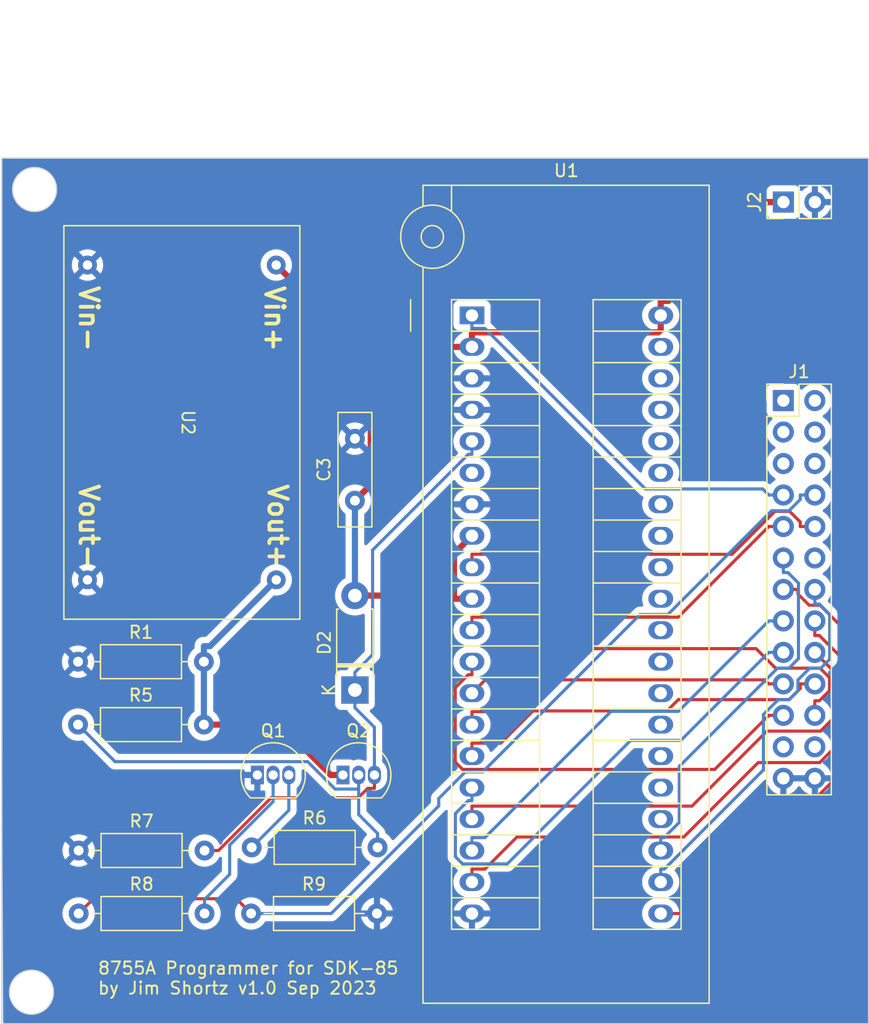
<source format=kicad_pcb>
(kicad_pcb (version 20221018) (generator pcbnew)
  (title_block (title "SDK-85 8755A EPROM Programmer") (date "2023-09-16") (company "Jim Shortz"))
  (layers (0 "F.Cu" signal) (31 "B.Cu" signal) (34 "B.Paste" user) (35 "F.Paste" user) (36 "B.SilkS" user "B.Silkscreen") (37 "F.SilkS" user "F.Silkscreen") (38 "B.Mask" user) (39 "F.Mask" user) (44 "Edge.Cuts" user))
  (net 0 "")
  (net 1 "/+25V")
  (net 2 "GND")
  (net 3 "VCC")
  (net 10 "PROG")
  (net 11 "ALE")
  (net 12 "A10")
  (net 14 "A8")
  (net 15 "A9")
  (net 16 "/AD6")
  (net 17 "/AD7")
  (net 18 "/AD4")
  (net 19 "/AD5")
  (net 20 "/AD2")
  (net 21 "/AD3")
  (net 22 "/AD0")
  (net 23 "/AD1")
  (net 26 "Net-(Q1-B)")
  (net 27 "Net-(Q1-C)")
  (net 28 "Net-(Q2-G)")
  (net 46 "Net-(D2-K)")
  (net 47 "/VDD_EN")
  (net 48 "/~{RD}")
  (footprint "Connector_PinHeader_2.54mm:PinHeader_2x13_P2.54mm_Vertical" (layer "F.Cu") (at 198.115 51.069)
    (fp_text reference "J1" (at 1.27 -2.33) (layer "F.SilkS"))
    (fp_text value "GPIO")
    (fp_line (start -1.33 -1.33) (end 0 -1.33) (stroke (width 0.12)) (layer "F.SilkS"))
    (fp_line (start -1.33 0) (end -1.33 -1.33) (stroke (width 0.12)) (layer "F.SilkS"))
    (fp_line (start -1.33 1.27) (end -1.33 31.81) (stroke (width 0.12)) (layer "F.SilkS"))
    (fp_line (start -1.33 1.27) (end 1.27 1.27) (stroke (width 0.12)) (layer "F.SilkS"))
    (fp_line (start -1.33 31.81) (end 3.87 31.81) (stroke (width 0.12)) (layer "F.SilkS"))
    (fp_line (start 1.27 -1.33) (end 3.87 -1.33) (stroke (width 0.12)) (layer "F.SilkS"))
    (fp_line (start 1.27 1.27) (end 1.27 -1.33) (stroke (width 0.12)) (layer "F.SilkS"))
    (fp_line (start 3.87 -1.33) (end 3.87 31.81) (stroke (width 0.12)) (layer "F.SilkS"))
    (pad "1" thru_hole rect (at 0 0) (size 1.7 1.7) (drill 1) (layers "*.Cu" "*.Mask"))
    (pad "2" thru_hole oval (at 2.54 0) (size 1.7 1.7) (drill 1) (layers "*.Cu" "*.Mask"))
    (pad "3" thru_hole oval (at 0 2.54) (size 1.7 1.7) (drill 1) (layers "*.Cu" "*.Mask"))
    (pad "4" thru_hole oval (at 2.54 2.54) (size 1.7 1.7) (drill 1) (layers "*.Cu" "*.Mask"))
    (pad "5" thru_hole oval (at 0 5.08) (size 1.7 1.7) (drill 1) (layers "*.Cu" "*.Mask"))
    (pad "6" thru_hole oval (at 2.54 5.08) (size 1.7 1.7) (drill 1) (layers "*.Cu" "*.Mask"))
    (pad "7" thru_hole oval (at 0 7.62) (size 1.7 1.7) (drill 1) (layers "*.Cu" "*.Mask") (net 10 "PROG"))
    (pad "8" thru_hole oval (at 2.54 7.62) (size 1.7 1.7) (drill 1) (layers "*.Cu" "*.Mask") (net 47 "/VDD_EN"))
    (pad "9" thru_hole oval (at 0 10.16) (size 1.7 1.7) (drill 1) (layers "*.Cu" "*.Mask") (net 11 "ALE"))
    (pad "10" thru_hole oval (at 2.54 10.16) (size 1.7 1.7) (drill 1) (layers "*.Cu" "*.Mask") (net 48 "/~{RD}"))
    (pad "11" thru_hole oval (at 0 12.7) (size 1.7 1.7) (drill 1) (layers "*.Cu" "*.Mask") (net 12 "A10"))
    (pad "12" thru_hole oval (at 2.54 12.7) (size 1.7 1.7) (drill 1) (layers "*.Cu" "*.Mask"))
    (pad "13" thru_hole oval (at 0 15.24) (size 1.7 1.7) (drill 1) (layers "*.Cu" "*.Mask") (net 14 "A8"))
    (pad "14" thru_hole oval (at 2.54 15.24) (size 1.7 1.7) (drill 1) (layers "*.Cu" "*.Mask") (net 15 "A9"))
    (pad "15" thru_hole oval (at 0 17.78) (size 1.7 1.7) (drill 1) (layers "*.Cu" "*.Mask") (net 16 "/AD6"))
    (pad "16" thru_hole oval (at 2.54 17.78) (size 1.7 1.7) (drill 1) (layers "*.Cu" "*.Mask") (net 17 "/AD7"))
    (pad "17" thru_hole oval (at 0 20.32) (size 1.7 1.7) (drill 1) (layers "*.Cu" "*.Mask") (net 18 "/AD4"))
    (pad "18" thru_hole oval (at 2.54 20.32) (size 1.7 1.7) (drill 1) (layers "*.Cu" "*.Mask") (net 19 "/AD5"))
    (pad "19" thru_hole oval (at 0 22.86) (size 1.7 1.7) (drill 1) (layers "*.Cu" "*.Mask") (net 20 "/AD2"))
    (pad "20" thru_hole oval (at 2.54 22.86) (size 1.7 1.7) (drill 1) (layers "*.Cu" "*.Mask") (net 21 "/AD3"))
    (pad "21" thru_hole oval (at 0 25.4) (size 1.7 1.7) (drill 1) (layers "*.Cu" "*.Mask") (net 22 "/AD0"))
    (pad "22" thru_hole oval (at 2.54 25.4) (size 1.7 1.7) (drill 1) (layers "*.Cu" "*.Mask") (net 23 "/AD1"))
    (pad "23" thru_hole oval (at 0 27.94) (size 1.7 1.7) (drill 1) (layers "*.Cu" "*.Mask"))
    (pad "24" thru_hole oval (at 2.54 27.94) (size 1.7 1.7) (drill 1) (layers "*.Cu" "*.Mask"))
    (pad "25" thru_hole oval (at 0 30.48) (size 1.7 1.7) (drill 1) (layers "*.Cu" "*.Mask") (net 2 "GND"))
    (pad "26" thru_hole oval (at 2.54 30.48) (size 1.7 1.7) (drill 1) (layers "*.Cu" "*.Mask") (net 2 "GND"))
  )
  (footprint "Diode_THT:D_DO-41_SOD81_P7.62mm_Horizontal" (layer "F.Cu") (at 163.5265 74.4245 90)
    (fp_text reference "D2" (at 3.81 -2.47 90) (layer "F.SilkS"))
    (fp_text value "1N4148")
    (fp_text user "K" (at 0 -2.1 90) (layer "F.SilkS"))
    (fp_line (start 1.09 -1.47) (end 6.53 -1.47) (stroke (width 0.12)) (layer "F.SilkS"))
    (fp_line (start 1.09 -1.34) (end 1.09 -1.47) (stroke (width 0.12)) (layer "F.SilkS"))
    (fp_line (start 1.09 1.34) (end 1.09 1.47) (stroke (width 0.12)) (layer "F.SilkS"))
    (fp_line (start 1.09 1.47) (end 6.53 1.47) (stroke (width 0.12)) (layer "F.SilkS"))
    (fp_line (start 1.87 -1.47) (end 1.87 1.47) (stroke (width 0.12)) (layer "F.SilkS"))
    (fp_line (start 1.99 -1.47) (end 1.99 1.47) (stroke (width 0.12)) (layer "F.SilkS"))
    (fp_line (start 2.11 -1.47) (end 2.11 1.47) (stroke (width 0.12)) (layer "F.SilkS"))
    (fp_line (start 6.53 -1.47) (end 6.53 -1.34) (stroke (width 0.12)) (layer "F.SilkS"))
    (fp_line (start 6.53 1.47) (end 6.53 1.34) (stroke (width 0.12)) (layer "F.SilkS"))
    (pad "1" thru_hole rect (at 0 0 90) (size 2.2 2.2) (drill 1.1) (layers "*.Cu" "*.Mask") (net 46 "Net-(D2-K)"))
    (pad "2" thru_hole oval (at 7.62 0 90) (size 2.2 2.2) (drill 1.1) (layers "*.Cu" "*.Mask") (net 3 "VCC"))
  )
  (footprint "Resistor_THT:R_Axial_DIN0207_L6.3mm_D2.5mm_P10.16mm_Horizontal" (layer "F.Cu") (at 141.1745 77.216)
    (fp_text reference "R5" (at 5.08 -2.37) (layer "F.SilkS"))
    (fp_text value "10K")
    (fp_line (start 1.04 0) (end 1.81 0) (stroke (width 0.12)) (layer "F.SilkS"))
    (fp_line (start 1.81 -1.37) (end 1.81 1.37) (stroke (width 0.12)) (layer "F.SilkS"))
    (fp_line (start 1.81 1.37) (end 8.35 1.37) (stroke (width 0.12)) (layer "F.SilkS"))
    (fp_line (start 8.35 -1.37) (end 1.81 -1.37) (stroke (width 0.12)) (layer "F.SilkS"))
    (fp_line (start 8.35 1.37) (end 8.35 -1.37) (stroke (width 0.12)) (layer "F.SilkS"))
    (fp_line (start 9.12 0) (end 8.35 0) (stroke (width 0.12)) (layer "F.SilkS"))
    (pad "1" thru_hole circle (at 0 0) (size 1.6 1.6) (drill 0.8) (layers "*.Cu" "*.Mask") (net 28 "Net-(Q2-G)"))
    (pad "2" thru_hole oval (at 10.16 0) (size 1.6 1.6) (drill 0.8) (layers "*.Cu" "*.Mask") (net 1 "/+25V"))
  )
  (footprint "Resistor_THT:R_Axial_DIN0207_L6.3mm_D2.5mm_P10.16mm_Horizontal" (layer "F.Cu") (at 141.224 87.376)
    (fp_text reference "R7" (at 5.08 -2.37) (layer "F.SilkS"))
    (fp_text value "6.8K")
    (fp_line (start 1.04 0) (end 1.81 0) (stroke (width 0.12)) (layer "F.SilkS"))
    (fp_line (start 1.81 -1.37) (end 1.81 1.37) (stroke (width 0.12)) (layer "F.SilkS"))
    (fp_line (start 1.81 1.37) (end 8.35 1.37) (stroke (width 0.12)) (layer "F.SilkS"))
    (fp_line (start 8.35 -1.37) (end 1.81 -1.37) (stroke (width 0.12)) (layer "F.SilkS"))
    (fp_line (start 8.35 1.37) (end 8.35 -1.37) (stroke (width 0.12)) (layer "F.SilkS"))
    (fp_line (start 9.12 0) (end 8.35 0) (stroke (width 0.12)) (layer "F.SilkS"))
    (pad "1" thru_hole circle (at 0 0) (size 1.6 1.6) (drill 0.8) (layers "*.Cu" "*.Mask") (net 2 "GND"))
    (pad "2" thru_hole oval (at 10.16 0) (size 1.6 1.6) (drill 0.8) (layers "*.Cu" "*.Mask") (net 46 "Net-(D2-K)"))
  )
  (footprint "Resistor_THT:R_Axial_DIN0207_L6.3mm_D2.5mm_P10.16mm_Horizontal" (layer "F.Cu") (at 155.194 87.122)
    (fp_text reference "R6" (at 5.08 -2.37) (layer "F.SilkS"))
    (fp_text value "6.8K")
    (fp_line (start 1.04 0) (end 1.81 0) (stroke (width 0.12)) (layer "F.SilkS"))
    (fp_line (start 1.81 -1.37) (end 1.81 1.37) (stroke (width 0.12)) (layer "F.SilkS"))
    (fp_line (start 1.81 1.37) (end 8.35 1.37) (stroke (width 0.12)) (layer "F.SilkS"))
    (fp_line (start 8.35 -1.37) (end 1.81 -1.37) (stroke (width 0.12)) (layer "F.SilkS"))
    (fp_line (start 8.35 1.37) (end 8.35 -1.37) (stroke (width 0.12)) (layer "F.SilkS"))
    (fp_line (start 9.12 0) (end 8.35 0) (stroke (width 0.12)) (layer "F.SilkS"))
    (pad "1" thru_hole circle (at 0 0) (size 1.6 1.6) (drill 0.8) (layers "*.Cu" "*.Mask") (net 27 "Net-(Q1-C)"))
    (pad "2" thru_hole oval (at 10.16 0) (size 1.6 1.6) (drill 0.8) (layers "*.Cu" "*.Mask") (net 28 "Net-(Q2-G)"))
  )
  (footprint "Socket:3M_Textool_240-1288-00-0602J_2x20_P2.54mm" (layer "F.Cu") (at 172.974 44.1985)
    (fp_text reference "U1" (at 7.62 -11.68) (layer "F.SilkS"))
    (fp_text value "8755A")
    (fp_line (start -4.95 1.27) (end -4.95 -1.27) (stroke (width 0.12)) (layer "F.SilkS"))
    (fp_line (start -3.95 -10.5) (end -3.95 -8.8) (stroke (width 0.12)) (layer "F.SilkS"))
    (fp_line (start -3.95 -3.9) (end -3.95 55.5) (stroke (width 0.12)) (layer "F.SilkS"))
    (fp_line (start -3.95 55.5) (end 19.15 55.5) (stroke (width 0.12)) (layer "F.SilkS"))
    (fp_line (start -1.65 -10.4) (end -1.65 -8.4) (stroke (width 0.12)) (layer "F.SilkS"))
    (fp_line (start -1.645 -1.27) (end 5.455 -1.27) (stroke (width 0.12)) (layer "F.SilkS"))
    (fp_line (start -1.645 1.27) (end -1.645 -1.27) (stroke (width 0.12)) (layer "F.SilkS"))
    (fp_line (start -1.645 1.27) (end 5.455 1.27) (stroke (width 0.12)) (layer "F.SilkS"))
    (fp_line (start -1.645 3.81) (end -1.645 1.27) (stroke (width 0.12)) (layer "F.SilkS"))
    (fp_line (start -1.645 3.81) (end 5.455 3.81) (stroke (width 0.12)) (layer "F.SilkS"))
    (fp_line (start -1.645 6.35) (end -1.645 3.81) (stroke (width 0.12)) (layer "F.SilkS"))
    (fp_line (start -1.645 6.35) (end 5.455 6.35) (stroke (width 0.12)) (layer "F.SilkS"))
    (fp_line (start -1.645 8.89) (end -1.645 6.35) (stroke (width 0.12)) (layer "F.SilkS"))
    (fp_line (start -1.645 8.89) (end 5.455 8.89) (stroke (width 0.12)) (layer "F.SilkS"))
    (fp_line (start -1.645 11.43) (end -1.645 8.89) (stroke (width 0.12)) (layer "F.SilkS"))
    (fp_line (start -1.645 11.43) (end 5.455 11.43) (stroke (width 0.12)) (layer "F.SilkS"))
    (fp_line (start -1.645 13.97) (end -1.645 11.43) (stroke (width 0.12)) (layer "F.SilkS"))
    (fp_line (start -1.645 13.97) (end 5.455 13.97) (stroke (width 0.12)) (layer "F.SilkS"))
    (fp_line (start -1.645 16.51) (end -1.645 13.97) (stroke (width 0.12)) (layer "F.SilkS"))
    (fp_line (start -1.645 16.51) (end 5.455 16.51) (stroke (width 0.12)) (layer "F.SilkS"))
    (fp_line (start -1.645 19.05) (end -1.645 16.51) (stroke (width 0.12)) (layer "F.SilkS"))
    (fp_line (start -1.645 19.05) (end 5.455 19.05) (stroke (width 0.12)) (layer "F.SilkS"))
    (fp_line (start -1.645 21.59) (end -1.645 19.05) (stroke (width 0.12)) (layer "F.SilkS"))
    (fp_line (start -1.645 21.59) (end 5.455 21.59) (stroke (width 0.12)) (layer "F.SilkS"))
    (fp_line (start -1.645 24.13) (end -1.645 21.59) (stroke (width 0.12)) (layer "F.SilkS"))
    (fp_line (start -1.645 24.13) (end 5.455 24.13) (stroke (width 0.12)) (layer "F.SilkS"))
    (fp_line (start -1.645 26.67) (end -1.645 24.13) (stroke (width 0.12)) (layer "F.SilkS"))
    (fp_line (start -1.645 26.67) (end 5.455 26.67) (stroke (width 0.12)) (layer "F.SilkS"))
    (fp_line (start -1.645 29.21) (end -1.645 26.67) (stroke (width 0.12)) (layer "F.SilkS"))
    (fp_line (start -1.645 29.21) (end 5.455 29.21) (stroke (width 0.12)) (layer "F.SilkS"))
    (fp_line (start -1.645 31.75) (end -1.645 29.21) (stroke (width 0.12)) (layer "F.SilkS"))
    (fp_line (start -1.645 31.75) (end 5.455 31.75) (stroke (width 0.12)) (layer "F.SilkS"))
    (fp_line (start -1.645 34.29) (end -1.645 31.75) (stroke (width 0.12)) (layer "F.SilkS"))
    (fp_line (start -1.645 34.29) (end 5.455 34.29) (stroke (width 0.12)) (layer "F.SilkS"))
    (fp_line (start -1.645 36.83) (end -1.645 34.29) (stroke (width 0.12)) (layer "F.SilkS"))
    (fp_line (start -1.645 36.83) (end 5.455 36.83) (stroke (width 0.12)) (layer "F.SilkS"))
    (fp_line (start -1.645 39.37) (end -1.645 36.83) (stroke (width 0.12)) (layer "F.SilkS"))
    (fp_line (start -1.645 39.37) (end 5.455 39.37) (stroke (width 0.12)) (layer "F.SilkS"))
    (fp_line (start -1.645 41.91) (end -1.645 39.37) (stroke (width 0.12)) (layer "F.SilkS"))
    (fp_line (start -1.645 41.91) (end 5.455 41.91) (stroke (width 0.12)) (layer "F.SilkS"))
    (fp_line (start -1.645 44.45) (end -1.645 41.91) (stroke (width 0.12)) (layer "F.SilkS"))
    (fp_line (start -1.645 44.45) (end 5.455 44.45) (stroke (width 0.12)) (layer "F.SilkS"))
    (fp_line (start -1.645 46.99) (end -1.645 44.45) (stroke (width 0.12)) (layer "F.SilkS"))
    (fp_line (start -1.645 46.99) (end 5.455 46.99) (stroke (width 0.12)) (layer "F.SilkS"))
    (fp_line (start -1.645 49.53) (end -1.645 46.99) (stroke (width 0.12)) (layer "F.SilkS"))
    (fp_line (start -1.645 49.53) (end 5.455 49.53) (stroke (width 0.12)) (layer "F.SilkS"))
    (fp_line (start 5.455 -1.27) (end 5.455 1.27) (stroke (width 0.12)) (layer "F.SilkS"))
    (fp_line (start 5.455 1.27) (end 5.455 3.81) (stroke (width 0.12)) (layer "F.SilkS"))
    (fp_line (start 5.455 3.81) (end 5.455 6.35) (stroke (width 0.12)) (layer "F.SilkS"))
    (fp_line (start 5.455 6.35) (end 5.455 8.89) (stroke (width 0.12)) (layer "F.SilkS"))
    (fp_line (start 5.455 8.89) (end 5.455 11.43) (stroke (width 0.12)) (layer "F.SilkS"))
    (fp_line (start 5.455 11.43) (end 5.455 13.97) (stroke (width 0.12)) (layer "F.SilkS"))
    (fp_line (start 5.455 13.97) (end 5.455 16.51) (stroke (width 0.12)) (layer "F.SilkS"))
    (fp_line (start 5.455 16.51) (end 5.455 19.05) (stroke (width 0.12)) (layer "F.SilkS"))
    (fp_line (start 5.455 19.05) (end 5.455 21.59) (stroke (width 0.12)) (layer "F.SilkS"))
    (fp_line (start 5.455 21.59) (end 5.455 24.13) (stroke (width 0.12)) (layer "F.SilkS"))
    (fp_line (start 5.455 24.13) (end 5.455 26.67) (stroke (width 0.12)) (layer "F.SilkS"))
    (fp_line (start 5.455 26.67) (end 5.455 29.21) (stroke (width 0.12)) (layer "F.SilkS"))
    (fp_line (start 5.455 29.21) (end 5.455 31.75) (stroke (width 0.12)) (layer "F.SilkS"))
    (fp_line (start 5.455 31.75) (end 5.455 34.29) (stroke (width 0.12)) (layer "F.SilkS"))
    (fp_line (start 5.455 34.29) (end 5.455 36.83) (stroke (width 0.12)) (layer "F.SilkS"))
    (fp_line (start 5.455 36.83) (end 5.455 39.37) (stroke (width 0.12)) (layer "F.SilkS"))
    (fp_line (start 5.455 39.37) (end 5.455 41.91) (stroke (width 0.12)) (layer "F.SilkS"))
    (fp_line (start 5.455 41.91) (end 5.455 44.45) (stroke (width 0.12)) (layer "F.SilkS"))
    (fp_line (start 5.455 44.45) (end 5.455 46.99) (stroke (width 0.12)) (layer "F.SilkS"))
    (fp_line (start 5.455 46.99) (end 5.455 49.53) (stroke (width 0.12)) (layer "F.SilkS"))
    (fp_line (start 9.785 -1.27) (end 16.885 -1.27) (stroke (width 0.12)) (layer "F.SilkS"))
    (fp_line (start 9.785 1.27) (end 9.785 -1.27) (stroke (width 0.12)) (layer "F.SilkS"))
    (fp_line (start 9.785 1.27) (end 16.885 1.27) (stroke (width 0.12)) (layer "F.SilkS"))
    (fp_line (start 9.785 3.81) (end 9.785 1.27) (stroke (width 0.12)) (layer "F.SilkS"))
    (fp_line (start 9.785 3.81) (end 16.885 3.81) (stroke (width 0.12)) (layer "F.SilkS"))
    (fp_line (start 9.785 6.35) (end 9.785 3.81) (stroke (width 0.12)) (layer "F.SilkS"))
    (fp_line (start 9.785 6.35) (end 16.885 6.35) (stroke (width 0.12)) (layer "F.SilkS"))
    (fp_line (start 9.785 8.89) (end 9.785 6.35) (stroke (width 0.12)) (layer "F.SilkS"))
    (fp_line (start 9.785 8.89) (end 16.885 8.89) (stroke (width 0.12)) (layer "F.SilkS"))
    (fp_line (start 9.785 11.43) (end 9.785 8.89) (stroke (width 0.12)) (layer "F.SilkS"))
    (fp_line (start 9.785 11.43) (end 16.885 11.43) (stroke (width 0.12)) (layer "F.SilkS"))
    (fp_line (start 9.785 13.97) (end 9.785 11.43) (stroke (width 0.12)) (layer "F.SilkS"))
    (fp_line (start 9.785 13.97) (end 16.885 13.97) (stroke (width 0.12)) (layer "F.SilkS"))
    (fp_line (start 9.785 16.51) (end 9.785 13.97) (stroke (width 0.12)) (layer "F.SilkS"))
    (fp_line (start 9.785 16.51) (end 16.885 16.51) (stroke (width 0.12)) (layer "F.SilkS"))
    (fp_line (start 9.785 19.05) (end 9.785 16.51) (stroke (width 0.12)) (layer "F.SilkS"))
    (fp_line (start 9.785 19.05) (end 16.885 19.05) (stroke (width 0.12)) (layer "F.SilkS"))
    (fp_line (start 9.785 21.59) (end 9.785 19.05) (stroke (width 0.12)) (layer "F.SilkS"))
    (fp_line (start 9.785 21.59) (end 16.885 21.59) (stroke (width 0.12)) (layer "F.SilkS"))
    (fp_line (start 9.785 24.13) (end 9.785 21.59) (stroke (width 0.12)) (layer "F.SilkS"))
    (fp_line (start 9.785 24.13) (end 16.885 24.13) (stroke (width 0.12)) (layer "F.SilkS"))
    (fp_line (start 9.785 26.67) (end 9.785 24.13) (stroke (width 0.12)) (layer "F.SilkS"))
    (fp_line (start 9.785 26.67) (end 16.885 26.67) (stroke (width 0.12)) (layer "F.SilkS"))
    (fp_line (start 9.785 29.21) (end 9.785 26.67) (stroke (width 0.12)) (layer "F.SilkS"))
    (fp_line (start 9.785 29.21) (end 16.885 29.21) (stroke (width 0.12)) (layer "F.SilkS"))
    (fp_line (start 9.785 31.75) (end 9.785 29.21) (stroke (width 0.12)) (layer "F.SilkS"))
    (fp_line (start 9.785 31.75) (end 16.885 31.75) (stroke (width 0.12)) (layer "F.SilkS"))
    (fp_line (start 9.785 34.29) (end 9.785 31.75) (stroke (width 0.12)) (layer "F.SilkS"))
    (fp_line (start 9.785 34.29) (end 16.885 34.29) (stroke (width 0.12)) (layer "F.SilkS"))
    (fp_line (start 9.785 36.83) (end 9.785 34.29) (stroke (width 0.12)) (layer "F.SilkS"))
    (fp_line (start 9.785 36.83) (end 16.885 36.83) (stroke (width 0.12)) (layer "F.SilkS"))
    (fp_line (start 9.785 39.37) (end 9.785 36.83) (stroke (width 0.12)) (layer "F.SilkS"))
    (fp_line (start 9.785 39.37) (end 16.885 39.37) (stroke (width 0.12)) (layer "F.SilkS"))
    (fp_line (start 9.785 41.91) (end 9.785 39.37) (stroke (width 0.12)) (layer "F.SilkS"))
    (fp_line (start 9.785 41.91) (end 16.885 41.91) (stroke (width 0.12)) (layer "F.SilkS"))
    (fp_line (start 9.785 44.45) (end 9.785 41.91) (stroke (width 0.12)) (layer "F.SilkS"))
    (fp_line (start 9.785 44.45) (end 16.885 44.45) (stroke (width 0.12)) (layer "F.SilkS"))
    (fp_line (start 9.785 46.99) (end 9.785 44.45) (stroke (width 0.12)) (layer "F.SilkS"))
    (fp_line (start 9.785 46.99) (end 16.885 46.99) (stroke (width 0.12)) (layer "F.SilkS"))
    (fp_line (start 9.785 49.53) (end 9.785 46.99) (stroke (width 0.12)) (layer "F.SilkS"))
    (fp_line (start 9.785 49.53) (end 16.885 49.53) (stroke (width 0.12)) (layer "F.SilkS"))
    (fp_line (start 16.885 -1.27) (end 16.885 1.27) (stroke (width 0.12)) (layer "F.SilkS"))
    (fp_line (start 16.885 1.27) (end 16.885 3.81) (stroke (width 0.12)) (layer "F.SilkS"))
    (fp_line (start 16.885 3.81) (end 16.885 6.35) (stroke (width 0.12)) (layer "F.SilkS"))
    (fp_line (start 16.885 6.35) (end 16.885 8.89) (stroke (width 0.12)) (layer "F.SilkS"))
    (fp_line (start 16.885 8.89) (end 16.885 11.43) (stroke (width 0.12)) (layer "F.SilkS"))
    (fp_line (start 16.885 11.43) (end 16.885 13.97) (stroke (width 0.12)) (layer "F.SilkS"))
    (fp_line (start 16.885 13.97) (end 16.885 16.51) (stroke (width 0.12)) (layer "F.SilkS"))
    (fp_line (start 16.885 16.51) (end 16.885 19.05) (stroke (width 0.12)) (layer "F.SilkS"))
    (fp_line (start 16.885 19.05) (end 16.885 21.59) (stroke (width 0.12)) (layer "F.SilkS"))
    (fp_line (start 16.885 21.59) (end 16.885 24.13) (stroke (width 0.12)) (layer "F.SilkS"))
    (fp_line (start 16.885 24.13) (end 16.885 26.67) (stroke (width 0.12)) (layer "F.SilkS"))
    (fp_line (start 16.885 26.67) (end 16.885 29.21) (stroke (width 0.12)) (layer "F.SilkS"))
    (fp_line (start 16.885 29.21) (end 16.885 31.75) (stroke (width 0.12)) (layer "F.SilkS"))
    (fp_line (start 16.885 31.75) (end 16.885 34.29) (stroke (width 0.12)) (layer "F.SilkS"))
    (fp_line (start 16.885 34.29) (end 16.885 36.83) (stroke (width 0.12)) (layer "F.SilkS"))
    (fp_line (start 16.885 36.83) (end 16.885 39.37) (stroke (width 0.12)) (layer "F.SilkS"))
    (fp_line (start 16.885 39.37) (end 16.885 41.91) (stroke (width 0.12)) (layer "F.SilkS"))
    (fp_line (start 16.885 41.91) (end 16.885 44.45) (stroke (width 0.12)) (layer "F.SilkS"))
    (fp_line (start 16.885 44.45) (end 16.885 46.99) (stroke (width 0.12)) (layer "F.SilkS"))
    (fp_line (start 16.885 46.99) (end 16.885 49.53) (stroke (width 0.12)) (layer "F.SilkS"))
    (fp_line (start 19.15 -10.5) (end -3.95 -10.5) (stroke (width 0.12)) (layer "F.SilkS"))
    (fp_line (start 19.15 55.5) (end 19.15 -10.5) (stroke (width 0.12)) (layer "F.SilkS"))
    (fp_circle (center -3.2 -6.35) (end -2.3 -6.35) (stroke (width 0.12)) (fill none) (layer "F.SilkS"))
    (fp_circle (center -3.2 -6.35) (end -0.65 -6.35) (stroke (width 0.12)) (fill none) (layer "F.SilkS"))
    (pad "1" thru_hole rect (at 0 0) (size 2 1.44) (drill 1) (layers "*.Cu" "*.Mask") (net 10 "PROG"))
    (pad "2" thru_hole oval (at 0 2.54) (size 2 1.44) (drill 1) (layers "*.Cu" "*.Mask") (net 3 "VCC"))
    (pad "3" thru_hole oval (at 0 5.08) (size 2 1.44) (drill 1) (layers "*.Cu" "*.Mask") (net 2 "GND"))
    (pad "4" thru_hole oval (at 0 7.62) (size 2 1.44) (drill 1) (layers "*.Cu" "*.Mask") (net 2 "GND"))
    (pad "5" thru_hole oval (at 0 10.16) (size 2 1.44) (drill 1) (layers "*.Cu" "*.Mask") (net 46 "Net-(D2-K)"))
    (pad "6" thru_hole oval (at 0 12.7) (size 2 1.44) (drill 1) (layers "*.Cu" "*.Mask"))
    (pad "7" thru_hole oval (at 0 15.24) (size 2 1.44) (drill 1) (layers "*.Cu" "*.Mask") (net 2 "GND"))
    (pad "8" thru_hole oval (at 0 17.78) (size 2 1.44) (drill 1) (layers "*.Cu" "*.Mask") (net 3 "VCC"))
    (pad "9" thru_hole oval (at 0 20.32) (size 2 1.44) (drill 1) (layers "*.Cu" "*.Mask") (net 48 "/~{RD}"))
    (pad "10" thru_hole oval (at 0 22.86) (size 2 1.44) (drill 1) (layers "*.Cu" "*.Mask") (net 3 "VCC"))
    (pad "11" thru_hole oval (at 0 25.4) (size 2 1.44) (drill 1) (layers "*.Cu" "*.Mask") (net 11 "ALE"))
    (pad "12" thru_hole oval (at 0 27.94) (size 2 1.44) (drill 1) (layers "*.Cu" "*.Mask") (net 22 "/AD0"))
    (pad "13" thru_hole oval (at 0 30.48) (size 2 1.44) (drill 1) (layers "*.Cu" "*.Mask") (net 23 "/AD1"))
    (pad "14" thru_hole oval (at 0 33.02) (size 2 1.44) (drill 1) (layers "*.Cu" "*.Mask") (net 20 "/AD2"))
    (pad "15" thru_hole oval (at 0 35.56) (size 2 1.44) (drill 1) (layers "*.Cu" "*.Mask") (net 21 "/AD3"))
    (pad "16" thru_hole oval (at 0 38.1) (size 2 1.44) (drill 1) (layers "*.Cu" "*.Mask") (net 18 "/AD4"))
    (pad "17" thru_hole oval (at 0 40.64) (size 2 1.44) (drill 1) (layers "*.Cu" "*.Mask") (net 19 "/AD5"))
    (pad "18" thru_hole oval (at 0 43.18) (size 2 1.44) (drill 1) (layers "*.Cu" "*.Mask") (net 16 "/AD6"))
    (pad "19" thru_hole oval (at 0 45.72) (size 2 1.44) (drill 1) (layers "*.Cu" "*.Mask") (net 17 "/AD7"))
    (pad "20" thru_hole oval (at 0 48.26) (size 2 1.44) (drill 1) (layers "*.Cu" "*.Mask") (net 2 "GND"))
    (pad "21" thru_hole oval (at 15.24 48.26) (size 2 1.44) (drill 1) (layers "*.Cu" "*.Mask") (net 14 "A8"))
    (pad "22" thru_hole oval (at 15.24 45.72) (size 2 1.44) (drill 1) (layers "*.Cu" "*.Mask") (net 15 "A9"))
    (pad "23" thru_hole oval (at 15.24 43.18) (size 2 1.44) (drill 1) (layers "*.Cu" "*.Mask") (net 12 "A10"))
    (pad "24" thru_hole oval (at 15.24 40.64) (size 2 1.44) (drill 1) (layers "*.Cu" "*.Mask"))
    (pad "25" thru_hole oval (at 15.24 38.1) (size 2 1.44) (drill 1) (layers "*.Cu" "*.Mask"))
    (pad "26" thru_hole oval (at 15.24 35.56) (size 2 1.44) (drill 1) (layers "*.Cu" "*.Mask"))
    (pad "27" thru_hole oval (at 15.24 33.02) (size 2 1.44) (drill 1) (layers "*.Cu" "*.Mask"))
    (pad "28" thru_hole oval (at 15.24 30.48) (size 2 1.44) (drill 1) (layers "*.Cu" "*.Mask"))
    (pad "29" thru_hole oval (at 15.24 27.94) (size 2 1.44) (drill 1) (layers "*.Cu" "*.Mask"))
    (pad "30" thru_hole oval (at 15.24 25.4) (size 2 1.44) (drill 1) (layers "*.Cu" "*.Mask"))
    (pad "31" thru_hole oval (at 15.24 22.86) (size 2 1.44) (drill 1) (layers "*.Cu" "*.Mask"))
    (pad "32" thru_hole oval (at 15.24 20.32) (size 2 1.44) (drill 1) (layers "*.Cu" "*.Mask"))
    (pad "33" thru_hole oval (at 15.24 17.78) (size 2 1.44) (drill 1) (layers "*.Cu" "*.Mask"))
    (pad "34" thru_hole oval (at 15.24 15.24) (size 2 1.44) (drill 1) (layers "*.Cu" "*.Mask"))
    (pad "35" thru_hole oval (at 15.24 12.7) (size 2 1.44) (drill 1) (layers "*.Cu" "*.Mask"))
    (pad "36" thru_hole oval (at 15.24 10.16) (size 2 1.44) (drill 1) (layers "*.Cu" "*.Mask"))
    (pad "37" thru_hole oval (at 15.24 7.62) (size 2 1.44) (drill 1) (layers "*.Cu" "*.Mask"))
    (pad "38" thru_hole oval (at 15.24 5.08) (size 2 1.44) (drill 1) (layers "*.Cu" "*.Mask"))
    (pad "39" thru_hole oval (at 15.24 2.54) (size 2 1.44) (drill 1) (layers "*.Cu" "*.Mask"))
    (pad "40" thru_hole oval (at 15.24 0) (size 2 1.44) (drill 1) (layers "*.Cu" "*.Mask") (net 3 "VCC"))
  )
  (footprint "Package_TO_SOT_THT:TO-92_Inline" (layer "F.Cu") (at 155.6525 81.28)
    (fp_text reference "Q1" (at 1.27 -3.56) (layer "F.SilkS"))
    (fp_text value "2N3904")
    (fp_line (start -0.53 1.85) (end 3.07 1.85) (stroke (width 0.12)) (layer "F.SilkS"))
    (fp_arc (start -0.568478 1.838478) (mid -1.132087 -0.994977) (end 1.27 -2.6) (stroke (width 0.12)) (layer "F.SilkS"))
    (fp_arc (start 1.27 -2.6) (mid 3.672087 -0.994977) (end 3.108478 1.838478) (stroke (width 0.12)) (layer "F.SilkS"))
    (pad "1" thru_hole rect (at 0 0) (size 1.05 1.5) (drill 0.75) (layers "*.Cu" "*.Mask") (net 2 "GND"))
    (pad "2" thru_hole oval (at 1.27 0) (size 1.05 1.5) (drill 0.75) (layers "*.Cu" "*.Mask") (net 26 "Net-(Q1-B)"))
    (pad "3" thru_hole oval (at 2.54 0) (size 1.05 1.5) (drill 0.75) (layers "*.Cu" "*.Mask") (net 27 "Net-(Q1-C)"))
  )
  (footprint "parts:MT3608_Module" (layer "F.Cu") (at 149.5565 52.8345 -90)
    (fp_text reference "U2" (at 0 -0.5 -90 unlocked) (layer "F.SilkS"))
    (fp_text value "~")
    (fp_text user "Vout+" (at 4.826 -6.858 -90 unlocked) (layer "F.SilkS") (effects (font (size 1.5 1.5) (thickness 0.3) bold) (justify left bottom)))
    (fp_text user "Vin-" (at -11.176 8.382 -90 unlocked) (layer "F.SilkS") (effects (font (size 1.5 1.5) (thickness 0.3) bold) (justify left bottom)))
    (fp_text user "Vout-" (at 4.826 8.382 -90 unlocked) (layer "F.SilkS") (effects (font (size 1.5 1.5) (thickness 0.3) bold) (justify left bottom)))
    (fp_text user "Vin+" (at -11.176 -6.604 -90 unlocked) (layer "F.SilkS") (effects (font (size 1.5 1.5) (thickness 0.3) bold) (justify left bottom)))
    (fp_rect (start -15.875 -9.525) (end 15.875 9.525) (stroke (width 0.12)) (fill none) (layer "F.SilkS"))
    (pad "1" thru_hole circle (at -12.7 7.62 270) (size 1.524 1.524) (drill 0.762) (layers "*.Cu" "*.Mask") (net 2 "GND"))
    (pad "2" thru_hole circle (at 12.7 7.62 270) (size 1.524 1.524) (drill 0.762) (layers "*.Cu" "*.Mask") (net 2 "GND"))
    (pad "3" thru_hole circle (at 12.7 -7.62 270) (size 1.524 1.524) (drill 0.762) (layers "*.Cu" "*.Mask") (net 1 "/+25V"))
    (pad "4" thru_hole circle (at -12.7 -7.62 270) (size 1.524 1.524) (drill 0.762) (layers "*.Cu" "*.Mask") (net 3 "VCC"))
  )
  (footprint "Resistor_THT:R_Axial_DIN0207_L6.3mm_D2.5mm_P10.16mm_Horizontal" (layer "F.Cu") (at 141.1745 72.1385)
    (fp_text reference "R1" (at 5.08 -2.37) (layer "F.SilkS"))
    (fp_text value "1500")
    (fp_line (start 1.04 0) (end 1.81 0) (stroke (width 0.12)) (layer "F.SilkS"))
    (fp_line (start 1.81 -1.37) (end 1.81 1.37) (stroke (width 0.12)) (layer "F.SilkS"))
    (fp_line (start 1.81 1.37) (end 8.35 1.37) (stroke (width 0.12)) (layer "F.SilkS"))
    (fp_line (start 8.35 -1.37) (end 1.81 -1.37) (stroke (width 0.12)) (layer "F.SilkS"))
    (fp_line (start 8.35 1.37) (end 8.35 -1.37) (stroke (width 0.12)) (layer "F.SilkS"))
    (fp_line (start 9.12 0) (end 8.35 0) (stroke (width 0.12)) (layer "F.SilkS"))
    (pad "1" thru_hole circle (at 0 0) (size 1.6 1.6) (drill 0.8) (layers "*.Cu" "*.Mask") (net 2 "GND"))
    (pad "2" thru_hole oval (at 10.16 0) (size 1.6 1.6) (drill 0.8) (layers "*.Cu" "*.Mask") (net 1 "/+25V"))
  )
  (footprint "Package_TO_SOT_THT:TO-92_Inline" (layer "F.Cu") (at 162.56 81.28)
    (fp_text reference "Q2" (at 1.27 -3.56) (layer "F.SilkS"))
    (fp_text value "BS250")
    (fp_line (start -0.53 1.85) (end 3.07 1.85) (stroke (width 0.12)) (layer "F.SilkS"))
    (fp_arc (start -0.568478 1.838478) (mid -1.132087 -0.994977) (end 1.27 -2.6) (stroke (width 0.12)) (layer "F.SilkS"))
    (fp_arc (start 1.27 -2.6) (mid 3.672087 -0.994977) (end 3.108478 1.838478) (stroke (width 0.12)) (layer "F.SilkS"))
    (pad "1" thru_hole rect (at 0 0) (size 1.05 1.5) (drill 0.75) (layers "*.Cu" "*.Mask") (net 1 "/+25V"))
    (pad "2" thru_hole oval (at 1.27 0) (size 1.05 1.5) (drill 0.75) (layers "*.Cu" "*.Mask") (net 28 "Net-(Q2-G)"))
    (pad "3" thru_hole oval (at 2.54 0) (size 1.05 1.5) (drill 0.75) (layers "*.Cu" "*.Mask") (net 46 "Net-(D2-K)"))
  )
  (footprint "Resistor_THT:R_Axial_DIN0207_L6.3mm_D2.5mm_P10.16mm_Horizontal" (layer "F.Cu") (at 141.224 92.456)
    (fp_text reference "R8" (at 5.08 -2.37) (layer "F.SilkS"))
    (fp_text value "10K")
    (fp_line (start 1.04 0) (end 1.81 0) (stroke (width 0.12)) (layer "F.SilkS"))
    (fp_line (start 1.81 -1.37) (end 1.81 1.37) (stroke (width 0.12)) (layer "F.SilkS"))
    (fp_line (start 1.81 1.37) (end 8.35 1.37) (stroke (width 0.12)) (layer "F.SilkS"))
    (fp_line (start 8.35 -1.37) (end 1.81 -1.37) (stroke (width 0.12)) (layer "F.SilkS"))
    (fp_line (start 8.35 1.37) (end 8.35 -1.37) (stroke (width 0.12)) (layer "F.SilkS"))
    (fp_line (start 9.12 0) (end 8.35 0) (stroke (width 0.12)) (layer "F.SilkS"))
    (pad "1" thru_hole circle (at 0 0) (size 1.6 1.6) (drill 0.8) (layers "*.Cu" "*.Mask") (net 47 "/VDD_EN"))
    (pad "2" thru_hole oval (at 10.16 0) (size 1.6 1.6) (drill 0.8) (layers "*.Cu" "*.Mask") (net 26 "Net-(Q1-B)"))
  )
  (footprint "Resistor_THT:R_Axial_DIN0207_L6.3mm_D2.5mm_P10.16mm_Horizontal" (layer "F.Cu") (at 155.1445 92.456)
    (fp_text reference "R9" (at 5.08 -2.37) (layer "F.SilkS"))
    (fp_text value "10K")
    (fp_line (start 1.04 0) (end 1.81 0) (stroke (width 0.12)) (layer "F.SilkS"))
    (fp_line (start 1.81 -1.37) (end 1.81 1.37) (stroke (width 0.12)) (layer "F.SilkS"))
    (fp_line (start 1.81 1.37) (end 8.35 1.37) (stroke (width 0.12)) (layer "F.SilkS"))
    (fp_line (start 8.35 -1.37) (end 1.81 -1.37) (stroke (width 0.12)) (layer "F.SilkS"))
    (fp_line (start 8.35 1.37) (end 8.35 -1.37) (stroke (width 0.12)) (layer "F.SilkS"))
    (fp_line (start 9.12 0) (end 8.35 0) (stroke (width 0.12)) (layer "F.SilkS"))
    (pad "1" thru_hole circle (at 0 0) (size 1.6 1.6) (drill 0.8) (layers "*.Cu" "*.Mask") (net 47 "/VDD_EN"))
    (pad "2" thru_hole oval (at 10.16 0) (size 1.6 1.6) (drill 0.8) (layers "*.Cu" "*.Mask") (net 2 "GND"))
  )
  (footprint "Capacitor_THT:C_Disc_D9.0mm_W2.5mm_P5.00mm" (layer "F.Cu") (at 163.5265 59.1445 90)
    (fp_text reference "C3" (at 2.5 -2.5 90) (layer "F.SilkS"))
    (fp_text value "0.1uF")
    (fp_line (start -2.12 -1.37) (end -2.12 1.37) (stroke (width 0.12)) (layer "F.SilkS"))
    (fp_line (start -2.12 -1.37) (end 7.12 -1.37) (stroke (width 0.12)) (layer "F.SilkS"))
    (fp_line (start -2.12 1.37) (end 7.12 1.37) (stroke (width 0.12)) (layer "F.SilkS"))
    (fp_line (start 7.12 -1.37) (end 7.12 1.37) (stroke (width 0.12)) (layer "F.SilkS"))
    (pad "1" thru_hole circle (at 0 0 90) (size 1.6 1.6) (drill 0.8) (layers "*.Cu" "*.Mask") (net 3 "VCC"))
    (pad "2" thru_hole circle (at 5 0 90) (size 1.6 1.6) (drill 0.8) (layers "*.Cu" "*.Mask") (net 2 "GND"))
  )
  (footprint "Connector_PinHeader_2.54mm:PinHeader_1x02_P2.54mm_Vertical" (layer "F.Cu") (at 198.12 35.052 90)
    (fp_text reference "J2" (at 0 -2.33 90) (layer "F.SilkS"))
    (fp_text value "PWR")
    (fp_line (start -1.33 -1.33) (end 0 -1.33) (stroke (width 0.12)) (layer "F.SilkS"))
    (fp_line (start -1.33 0) (end -1.33 -1.33) (stroke (width 0.12)) (layer "F.SilkS"))
    (fp_line (start -1.33 1.27) (end -1.33 3.87) (stroke (width 0.12)) (layer "F.SilkS"))
    (fp_line (start -1.33 1.27) (end 1.33 1.27) (stroke (width 0.12)) (layer "F.SilkS"))
    (fp_line (start -1.33 3.87) (end 1.33 3.87) (stroke (width 0.12)) (layer "F.SilkS"))
    (fp_line (start 1.33 1.27) (end 1.33 3.87) (stroke (width 0.12)) (layer "F.SilkS"))
    (pad "1" thru_hole rect (at 0 0 90) (size 1.7 1.7) (drill 1) (layers "*.Cu" "*.Mask") (net 3 "VCC"))
    (pad "2" thru_hole oval (at 0 2.54 90) (size 1.7 1.7) (drill 1) (layers "*.Cu" "*.Mask") (net 2 "GND"))
  )
  (gr_circle (center 137.414 98.806) (end 137.414 97.028) (stroke (width 0.1)) (fill none) (layer "Edge.Cuts"))
  (gr_rect (start 135.015 31.4985) (end 204.992 101.3485) (stroke (width 0.1)) (fill none) (layer "Edge.Cuts"))
  (gr_circle (center 137.668 34.036) (end 139.446 34.036) (stroke (width 0.1)) (fill none) (layer "Edge.Cuts"))
  (gr_text "8755A Programmer for SDK-85\nby Jim Shortz v1.0 Sep 2023" (at 142.6985 99.0625) (layer "F.SilkS") (effects (font (size 1 1)) (justify left bottom)))
  (segment (start 161.5831 81.28) (end 157.5191 77.216) (width 0.5) (layer "F.Cu") (net 1))
  (segment (start 162.56 81.28) (end 161.5831 81.28) (width 0.5) (layer "F.Cu") (net 1))
  (segment (start 157.5191 77.216) (end 151.3345 77.216) (width 0.5) (layer "F.Cu") (net 1))
  (segment (start 157.1765 65.5345) (end 151.8244 70.8866) (width 0.5) (layer "B.Cu") (net 1))
  (segment (start 151.8244 70.8866) (end 151.3345 70.8866) (width 0.5) (layer "B.Cu") (net 1))
  (segment (start 151.3345 72.1385) (end 151.3345 77.216) (width 0.5) (layer "B.Cu") (net 1))
  (segment (start 151.3345 72.1385) (end 151.3345 70.8866) (width 0.5) (layer "B.Cu") (net 1))
  (segment (start 164.8047 46.7385) (end 172.974 46.7385) (width 0.5) (layer "F.Cu") (net 3))
  (segment (start 172.974 61.9785) (end 171.5221 63.4304) (width 0.5) (layer "F.Cu") (net 3))
  (segment (start 188.214 44.1985) (end 188.214 43.0266) (width 0.5) (layer "F.Cu") (net 3))
  (segment (start 198.12 35.052) (end 196.8181 35.052) (width 0.5) (layer "F.Cu") (net 3))
  (segment (start 163.7805 46.7385) (end 164.8047 46.7385) (width 0.5) (layer "F.Cu") (net 3))
  (segment (start 171.5221 63.4304) (end 171.5221 66.8045) (width 0.5) (layer "F.Cu") (net 3))
  (segment (start 172.974 45.5666) (end 188.0178 45.5666) (width 0.5) (layer "F.Cu") (net 3))
  (segment (start 163.5265 66.8045) (end 165.0784 66.8045) (width 0.5) (layer "F.Cu") (net 3))
  (segment (start 171.5221 66.8045) (end 165.0784 66.8045) (width 0.5) (layer "F.Cu") (net 3))
  (segment (start 172.974 67.0585) (end 171.5221 67.0585) (width 0.5) (layer "F.Cu") (net 3))
  (segment (start 171.5221 67.0585) (end 171.5221 66.8045) (width 0.5) (layer "F.Cu") (net 3))
  (segment (start 172.974 46.7385) (end 172.974 45.5666) (width 0.5) (layer "F.Cu") (net 3))
  (segment (start 164.8047 57.8663) (end 163.5265 59.1445) (width 0.5) (layer "F.Cu") (net 3))
  (segment (start 196.8181 35.052) (end 188.8435 43.0266) (width 0.5) (layer "F.Cu") (net 3))
  (segment (start 188.0178 45.5666) (end 188.214 45.3704) (width 0.5) (layer "F.Cu") (net 3))
  (segment (start 188.214 44.1985) (end 188.214 45.3704) (width 0.5) (layer "F.Cu") (net 3))
  (segment (start 157.1765 40.1345) (end 163.7805 46.7385) (width 0.5) (layer "F.Cu") (net 3))
  (segment (start 188.8435 43.0266) (end 188.214 43.0266) (width 0.5) (layer "F.Cu") (net 3))
  (segment (start 164.8047 46.7385) (end 164.8047 57.8663) (width 0.5) (layer "F.Cu") (net 3))
  (segment (start 163.5265 59.1445) (end 163.5265 66.8045) (width 0.5) (layer "B.Cu") (net 3))
  (segment (start 172.974 44.1985) (end 172.974 45.2454) (width 0.25) (layer "B.Cu") (net 10))
  (segment (start 196.4505 58.2014) (end 196.9381 58.689) (width 0.25) (layer "B.Cu") (net 10))
  (segment (start 174.0209 45.2454) (end 186.9769 58.2014) (width 0.25) (layer "B.Cu") (net 10))
  (segment (start 172.974 45.2454) (end 174.0209 45.2454) (width 0.25) (layer "B.Cu") (net 10))
  (segment (start 198.115 58.689) (end 196.9381 58.689) (width 0.25) (layer "B.Cu") (net 10))
  (segment (start 186.9769 58.2014) (end 196.4505 58.2014) (width 0.25) (layer "B.Cu") (net 10))
  (segment (start 189.6155 68.5516) (end 196.9381 61.229) (width 0.25) (layer "F.Cu") (net 11))
  (segment (start 172.974 69.5985) (end 172.974 68.5516) (width 0.25) (layer "F.Cu") (net 11))
  (segment (start 198.115 61.229) (end 196.9381 61.229) (width 0.25) (layer "F.Cu") (net 11))
  (segment (start 172.974 68.5516) (end 189.6155 68.5516) (width 0.25) (layer "F.Cu") (net 11))
  (segment (start 199.334 71.8945) (end 198.5695 72.659) (width 0.25) (layer "B.Cu") (net 12))
  (segment (start 198.4828 64.9459) (end 199.334 65.7971) (width 0.25) (layer "B.Cu") (net 12))
  (segment (start 189.7086 80.593) (end 189.7086 85.1047) (width 0.25) (layer "B.Cu") (net 12))
  (segment (start 189.7086 85.1047) (end 188.4817 86.3316) (width 0.25) (layer "B.Cu") (net 12))
  (segment (start 197.6426 72.659) (end 189.7086 80.593) (width 0.25) (layer "B.Cu") (net 12))
  (segment (start 198.115 64.9459) (end 198.4828 64.9459) (width 0.25) (layer "B.Cu") (net 12))
  (segment (start 188.214 87.3785) (end 188.214 86.3316) (width 0.25) (layer "B.Cu") (net 12))
  (segment (start 188.4817 86.3316) (end 188.214 86.3316) (width 0.25) (layer "B.Cu") (net 12))
  (segment (start 199.334 65.7971) (end 199.334 71.8945) (width 0.25) (layer "B.Cu") (net 12))
  (segment (start 198.115 63.769) (end 198.115 64.9459) (width 0.25) (layer "B.Cu") (net 12))
  (segment (start 198.5695 72.659) (end 197.6426 72.659) (width 0.25) (layer "B.Cu") (net 12))
  (segment (start 198.115 66.309) (end 199.2919 66.309) (width 0.25) (layer "F.Cu") (net 14))
  (segment (start 203.3203 69.8282) (end 201.0711 67.579) (width 0.25) (layer "F.Cu") (net 14))
  (segment (start 191.424 92.4585) (end 203.3203 80.5622) (width 0.25) (layer "F.Cu") (net 14))
  (segment (start 200.1961 67.579) (end 199.2919 66.6748) (width 0.25) (layer "F.Cu") (net 14))
  (segment (start 203.3203 80.5622) (end 203.3203 69.8282) (width 0.25) (layer "F.Cu") (net 14))
  (segment (start 201.0711 67.579) (end 200.1961 67.579) (width 0.25) (layer "F.Cu") (net 14))
  (segment (start 188.214 92.4585) (end 191.424 92.4585) (width 0.25) (layer "F.Cu") (net 14))
  (segment (start 199.2919 66.6748) (end 199.2919 66.309) (width 0.25) (layer "F.Cu") (net 14))
  (segment (start 188.214 88.8716) (end 188.5084 88.8716) (width 0.25) (layer "B.Cu") (net 15))
  (segment (start 201.8541 71.9421) (end 201.8541 68.3192) (width 0.25) (layer "B.Cu") (net 15))
  (segment (start 199.2919 73.6131) (end 200.246 72.659) (width 0.25) (layer "B.Cu") (net 15))
  (segment (start 201.0208 67.4859) (end 200.655 67.4859) (width 0.25) (layer "B.Cu") (net 15))
  (segment (start 197.7075 75.199) (end 198.5979 75.199) (width 0.25) (layer "B.Cu") (net 15))
  (segment (start 196.5058 76.4007) (end 197.7075 75.199) (width 0.25) (layer "B.Cu") (net 15))
  (segment (start 188.5084 88.8716) (end 196.5058 80.8742) (width 0.25) (layer "B.Cu") (net 15))
  (segment (start 201.8541 68.3192) (end 201.0208 67.4859) (width 0.25) (layer "B.Cu") (net 15))
  (segment (start 200.246 72.659) (end 201.1372 72.659) (width 0.25) (layer "B.Cu") (net 15))
  (segment (start 200.655 66.309) (end 200.655 67.4859) (width 0.25) (layer "B.Cu") (net 15))
  (segment (start 188.214 89.9185) (end 188.214 88.8716) (width 0.25) (layer "B.Cu") (net 15))
  (segment (start 201.1372 72.659) (end 201.8541 71.9421) (width 0.25) (layer "B.Cu") (net 15))
  (segment (start 198.5979 75.199) (end 199.2919 74.505) (width 0.25) (layer "B.Cu") (net 15))
  (segment (start 199.2919 74.505) (end 199.2919 73.6131) (width 0.25) (layer "B.Cu") (net 15))
  (segment (start 196.5058 80.8742) (end 196.5058 76.4007) (width 0.25) (layer "B.Cu") (net 15))
  (segment (start 172.974 87.3785) (end 172.974 86.3316) (width 0.25) (layer "B.Cu") (net 16))
  (segment (start 196.9381 68.849) (end 189.6398 76.1473) (width 0.25) (layer "B.Cu") (net 16))
  (segment (start 184.2052 76.1473) (end 174.0209 86.3316) (width 0.25) (layer "B.Cu") (net 16))
  (segment (start 174.0209 86.3316) (end 172.974 86.3316) (width 0.25) (layer "B.Cu") (net 16))
  (segment (start 189.6398 76.1473) (end 184.2052 76.1473) (width 0.25) (layer "B.Cu") (net 16))
  (segment (start 198.115 68.849) (end 196.9381 68.849) (width 0.25) (layer "B.Cu") (net 16))
  (segment (start 190.0725 86.2853) (end 196.0788 80.279) (width 0.25) (layer "F.Cu") (net 17))
  (segment (start 202.8275 78.5035) (end 202.8275 71.8326) (width 0.25) (layer "F.Cu") (net 17))
  (segment (start 176.6072 86.2853) (end 190.0725 86.2853) (width 0.25) (layer "F.Cu") (net 17))
  (segment (start 172.974 89.9185) (end 172.974 88.8716) (width 0.25) (layer "F.Cu") (net 17))
  (segment (start 172.974 88.8716) (end 174.0209 88.8716) (width 0.25) (layer "F.Cu") (net 17))
  (segment (start 202.8275 71.8326) (end 201.0208 70.0259) (width 0.25) (layer "F.Cu") (net 17))
  (segment (start 201.052 80.279) (end 202.8275 78.5035) (width 0.25) (layer "F.Cu") (net 17))
  (segment (start 201.0208 70.0259) (end 200.655 70.0259) (width 0.25) (layer "F.Cu") (net 17))
  (segment (start 200.655 68.849) (end 200.655 70.0259) (width 0.25) (layer "F.Cu") (net 17))
  (segment (start 196.0788 80.279) (end 201.052 80.279) (width 0.25) (layer "F.Cu") (net 17))
  (segment (start 174.0209 88.8716) (end 176.6072 86.2853) (width 0.25) (layer "F.Cu") (net 17))
  (segment (start 175.8241 88.4542) (end 185.7898 78.4885) (width 0.25) (layer "B.Cu") (net 18))
  (segment (start 171.6378 84.3871) (end 171.6378 87.8712) (width 0.25) (layer "B.Cu") (net 18))
  (segment (start 172.974 82.2985) (end 172.974 83.3454) (width 0.25) (layer "B.Cu") (net 18))
  (segment (start 172.974 83.3454) (end 172.6795 83.3454) (width 0.25) (layer "B.Cu") (net 18))
  (segment (start 171.6378 87.8712) (end 172.2208 88.4542) (width 0.25) (layer "B.Cu") (net 18))
  (segment (start 172.6795 83.3454) (end 171.6378 84.3871) (width 0.25) (layer "B.Cu") (net 18))
  (segment (start 185.7898 78.4885) (end 189.8386 78.4885) (width 0.25) (layer "B.Cu") (net 18))
  (segment (start 198.115 71.389) (end 196.9381 71.389) (width 0.25) (layer "B.Cu") (net 18))
  (segment (start 189.8386 78.4885) (end 196.9381 71.389) (width 0.25) (layer "B.Cu") (net 18))
  (segment (start 172.2208 88.4542) (end 175.8241 88.4542) (width 0.25) (layer "B.Cu") (net 18))
  (segment (start 202.3362 73.0702) (end 202.3362 76.52) (width 0.25) (layer "F.Cu") (net 19))
  (segment (start 200.655 71.389) (end 202.3362 73.0702) (width 0.25) (layer "F.Cu") (net 19))
  (segment (start 172.974 84.8385) (end 172.974 83.7916) (width 0.25) (layer "F.Cu") (net 19))
  (segment (start 196.7886 77.739) (end 190.736 83.7916) (width 0.25) (layer "F.Cu") (net 19))
  (segment (start 202.3362 76.52) (end 201.1172 77.739) (width 0.25) (layer "F.Cu") (net 19))
  (segment (start 201.1172 77.739) (end 196.7886 77.739) (width 0.25) (layer "F.Cu") (net 19))
  (segment (start 190.736 83.7916) (end 172.974 83.7916) (width 0.25) (layer "F.Cu") (net 19))
  (segment (start 198.115 73.929) (end 196.9381 73.929) (width 0.25) (layer "F.Cu") (net 20))
  (segment (start 176.5888 73.6037) (end 196.6128 73.6037) (width 0.25) (layer "F.Cu") (net 20))
  (segment (start 174.0209 76.1716) (end 176.5888 73.6037) (width 0.25) (layer "F.Cu") (net 20))
  (segment (start 172.974 76.1716) (end 174.0209 76.1716) (width 0.25) (layer "F.Cu") (net 20))
  (segment (start 196.6128 73.6037) (end 196.9381 73.929) (width 0.25) (layer "F.Cu") (net 20))
  (segment (start 172.974 77.2185) (end 172.974 76.1716) (width 0.25) (layer "F.Cu") (net 20))
  (segment (start 200.655 73.929) (end 199.4781 73.929) (width 0.25) (layer "F.Cu") (net 21))
  (segment (start 175.2989 78.7116) (end 177.8997 76.1108) (width 0.25) (layer "F.Cu") (net 21))
  (segment (start 189.634 75.199) (end 198.5739 75.199) (width 0.25) (layer "F.Cu") (net 21))
  (segment (start 172.974 79.7585) (end 172.974 78.7116) (width 0.25) (layer "F.Cu") (net 21))
  (segment (start 172.974 78.7116) (end 175.2989 78.7116) (width 0.25) (layer "F.Cu") (net 21))
  (segment (start 198.5739 75.199) (end 199.4781 74.2948) (width 0.25) (layer "F.Cu") (net 21))
  (segment (start 199.4781 74.2948) (end 199.4781 73.929) (width 0.25) (layer "F.Cu") (net 21))
  (segment (start 188.7222 76.1108) (end 189.634 75.199) (width 0.25) (layer "F.Cu") (net 21))
  (segment (start 177.8997 76.1108) (end 188.7222 76.1108) (width 0.25) (layer "F.Cu") (net 21))
  (segment (start 172.6795 73.1854) (end 171.6244 74.2405) (width 0.25) (layer "F.Cu") (net 22))
  (segment (start 172.974 72.1385) (end 172.974 73.1854) (width 0.25) (layer "F.Cu") (net 22))
  (segment (start 198.115 76.469) (end 196.9381 76.469) (width 0.25) (layer "F.Cu") (net 22))
  (segment (start 172.974 73.1854) (end 172.6795 73.1854) (width 0.25) (layer "F.Cu") (net 22))
  (segment (start 171.6244 74.2405) (end 171.6244 80.2328) (width 0.25) (layer "F.Cu") (net 22))
  (segment (start 172.2212 80.8296) (end 192.5775 80.8296) (width 0.25) (layer "F.Cu") (net 22))
  (segment (start 192.5775 80.8296) (end 196.9381 76.469) (width 0.25) (layer "F.Cu") (net 22))
  (segment (start 171.6244 80.2328) (end 172.2212 80.8296) (width 0.25) (layer "F.Cu") (net 22))
  (segment (start 201.0758 72.659) (end 201.8426 73.4258) (width 0.25) (layer "F.Cu") (net 23))
  (segment (start 201.8426 73.4258) (end 201.8426 74.4703) (width 0.25) (layer "F.Cu") (net 23))
  (segment (start 176.5668 71.0857) (end 195.9115 71.0857) (width 0.25) (layer "F.Cu") (net 23))
  (segment (start 201.8426 74.4703) (end 201.0208 75.2921) (width 0.25) (layer "F.Cu") (net 23))
  (segment (start 200.655 76.469) (end 200.655 75.2921) (width 0.25) (layer "F.Cu") (net 23))
  (segment (start 172.974 74.6785) (end 176.5668 71.0857) (width 0.25) (layer "F.Cu") (net 23))
  (segment (start 195.9115 71.0857) (end 197.4848 72.659) (width 0.25) (layer "F.Cu") (net 23))
  (segment (start 197.4848 72.659) (end 201.0758 72.659) (width 0.25) (layer "F.Cu") (net 23))
  (segment (start 201.0208 75.2921) (end 200.655 75.2921) (width 0.25) (layer "F.Cu") (net 23))
  (segment (start 153.4161 86.9355) (end 153.4161 89.297) (width 0.25) (layer "B.Cu") (net 26))
  (segment (start 156.9225 81.28) (end 156.9225 83.4291) (width 0.25) (layer "B.Cu") (net 26))
  (segment (start 156.9225 83.4291) (end 153.4161 86.9355) (width 0.25) (layer "B.Cu") (net 26))
  (segment (start 153.4161 89.297) (end 151.384 91.3291) (width 0.25) (layer "B.Cu") (net 26))
  (segment (start 151.384 92.456) (end 151.384 91.3291) (width 0.25) (layer "B.Cu") (net 26))
  (segment (start 158.1925 84.1235) (end 155.194 87.122) (width 0.25) (layer "B.Cu") (net 27))
  (segment (start 158.1925 81.28) (end 158.1925 84.1235) (width 0.25) (layer "B.Cu") (net 27))
  (segment (start 163.83 84.4711) (end 165.354 85.9951) (width 0.25) (layer "B.Cu") (net 28))
  (segment (start 163.83 81.28) (end 163.83 82.4166) (width 0.25) (layer "B.Cu") (net 28))
  (segment (start 163.83 82.4166) (end 163.83 84.4711) (width 0.25) (layer "B.Cu") (net 28))
  (segment (start 165.354 87.122) (end 165.354 85.9951) (width 0.25) (layer "B.Cu") (net 28))
  (segment (start 161.926 82.4166) (end 159.7125 80.2031) (width 0.25) (layer "B.Cu") (net 28))
  (segment (start 163.83 82.4166) (end 161.926 82.4166) (width 0.25) (layer "B.Cu") (net 28))
  (segment (start 159.7125 80.2031) (end 144.1616 80.2031) (width 0.25) (layer "B.Cu") (net 28))
  (segment (start 144.1616 80.2031) (end 141.1745 77.216) (width 0.25) (layer "B.Cu") (net 28))
  (segment (start 151.384 87.376) (end 152.5109 87.376) (width 0.25) (layer "F.Cu") (net 46))
  (segment (start 164.555 82.3569) (end 165.1 82.3569) (width 0.25) (layer "F.Cu") (net 46))
  (segment (start 163.7938 83.1181) (end 164.555 82.3569) (width 0.25) (layer "F.Cu") (net 46))
  (segment (start 156.7688 83.1181) (end 163.7938 83.1181) (width 0.25) (layer "F.Cu") (net 46))
  (segment (start 152.5109 87.376) (end 156.7688 83.1181) (width 0.25) (layer "F.Cu") (net 46))
  (segment (start 165.1 81.28) (end 165.1 82.3569) (width 0.25) (layer "F.Cu") (net 46))
  (segment (start 165.1 77.4249) (end 163.5265 75.8514) (width 0.25) (layer "B.Cu") (net 46))
  (segment (start 172.974 54.3585) (end 172.974 55.4054) (width 0.25) (layer "B.Cu") (net 46))
  (segment (start 163.5265 74.4245) (end 163.5265 75.8514) (width 0.25) (layer "B.Cu") (net 46))
  (segment (start 165.1 81.28) (end 165.1 77.4249) (width 0.25) (layer "B.Cu") (net 46))
  (segment (start 172.6795 55.4054) (end 164.9534 63.1315) (width 0.25) (layer "B.Cu") (net 46))
  (segment (start 172.974 55.4054) (end 172.6795 55.4054) (width 0.25) (layer "B.Cu") (net 46))
  (segment (start 164.9534 71.5707) (end 163.5265 72.9976) (width 0.25) (layer "B.Cu") (net 46))
  (segment (start 164.9534 63.1315) (end 164.9534 71.5707) (width 0.25) (layer "B.Cu") (net 46))
  (segment (start 163.5265 74.4245) (end 163.5265 72.9976) (width 0.25) (layer "B.Cu") (net 46))
  (segment (start 142.4146 91.2654) (end 153.9539 91.2654) (width 0.25) (layer "F.Cu") (net 47))
  (segment (start 141.224 92.456) (end 142.4146 91.2654) (width 0.25) (layer "F.Cu") (net 47))
  (segment (start 153.9539 91.2654) (end 155.1445 92.456) (width 0.25) (layer "F.Cu") (net 47))
  (segment (start 199.4781 59.0548) (end 199.4781 58.689) (width 0.25) (layer "B.Cu") (net 47))
  (segment (start 198.5739 59.959) (end 199.4781 59.0548) (width 0.25) (layer "B.Cu") (net 47))
  (segment (start 197.166 59.959) (end 198.5739 59.959) (width 0.25) (layer "B.Cu") (net 47))
  (segment (start 173.8489 81.0285) (end 186.5489 68.3285) (width 0.25) (layer "B.Cu") (net 47))
  (segment (start 155.1445 92.456) (end 161.6146 92.456) (width 0.25) (layer "B.Cu") (net 47))
  (segment (start 200.655 58.689) (end 199.4781 58.689) (width 0.25) (layer "B.Cu") (net 47))
  (segment (start 186.5489 68.3285) (end 188.7965 68.3285) (width 0.25) (layer "B.Cu") (net 47))
  (segment (start 172.4409 81.0285) (end 173.8489 81.0285) (width 0.25) (layer "B.Cu") (net 47))
  (segment (start 161.6146 92.456) (end 170.2941 83.7765) (width 0.25) (layer "B.Cu") (net 47))
  (segment (start 170.2941 83.1753) (end 172.4409 81.0285) (width 0.25) (layer "B.Cu") (net 47))
  (segment (start 188.7965 68.3285) (end 197.166 59.959) (width 0.25) (layer "B.Cu") (net 47))
  (segment (start 170.2941 83.7765) (end 170.2941 83.1753) (width 0.25) (layer "B.Cu") (net 47))
  (segment (start 200.655 61.229) (end 199.4781 61.229) (width 0.25) (layer "F.Cu") (net 48))
  (segment (start 193.9722 63.4716) (end 197.4336 60.0102) (width 0.25) (layer "F.Cu") (net 48))
  (segment (start 199.4781 60.8632) (end 199.4781 61.229) (width 0.25) (layer "F.Cu") (net 48))
  (segment (start 198.6251 60.0102) (end 199.4781 60.8632) (width 0.25) (layer "F.Cu") (net 48))
  (segment (start 197.4336 60.0102) (end 198.6251 60.0102) (width 0.25) (layer "F.Cu") (net 48))
  (segment (start 172.974 64.5185) (end 172.974 63.4716) (width 0.25) (layer "F.Cu") (net 48))
  (segment (start 172.974 63.4716) (end 193.9722 63.4716) (width 0.25) (layer "F.Cu") (net 48))
  (zone (net 2) (net_name "GND") (layer "B.Cu") (connect_pads (clearance 0.5)) (min_thickness 0.25) (fill yes (thermal_gap 0.5) (thermal_bridge_width 0.5))
    (polygon (pts (xy 134.874 31.496) (xy 204.978 31.496) (xy 204.978 101.346) (xy 135.128 101.346)))
  )
)
</source>
